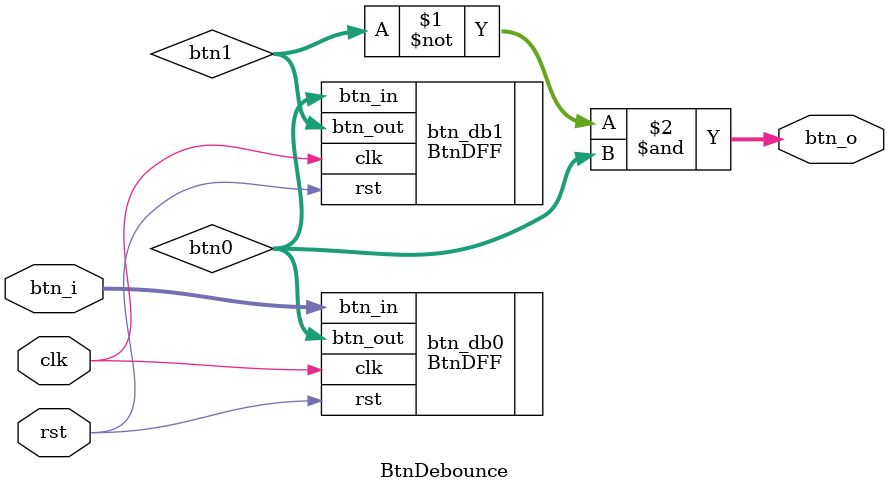
<source format=v>
`timescale 1ns / 1ps

module BtnDebounce(
    input clk, rst,
    input [4:0] btn_i,
    output [4:0] btn_o
    );
    
    wire [4:0] btn0, btn1;
    
    BtnDFF btn_db0 (.clk(clk), .rst(rst), .btn_in(btn_i), .btn_out(btn0));
    BtnDFF btn_db1 (.clk(clk), .rst(rst), .btn_in( btn0), .btn_out(btn1));
    
    assign btn_o = ~btn1 & btn0;
endmodule
</source>
